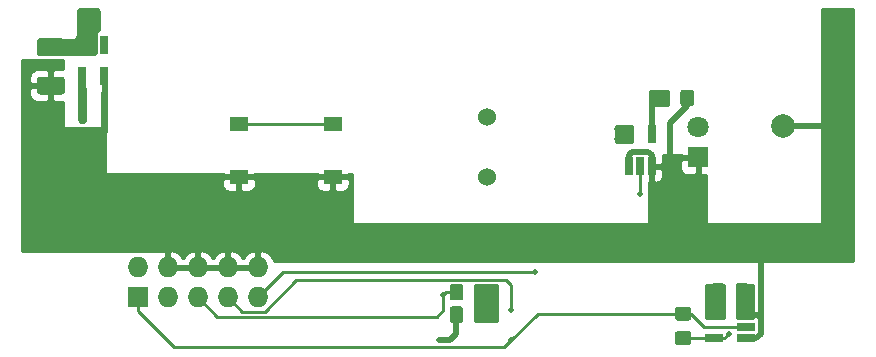
<source format=gbr>
G04 #@! TF.GenerationSoftware,KiCad,Pcbnew,5.1.5*
G04 #@! TF.CreationDate,2020-02-09T12:43:18+10:00*
G04 #@! TF.ProjectId,hrem,6872656d-2e6b-4696-9361-645f70636258,rev?*
G04 #@! TF.SameCoordinates,Original*
G04 #@! TF.FileFunction,Copper,L2,Bot*
G04 #@! TF.FilePolarity,Positive*
%FSLAX46Y46*%
G04 Gerber Fmt 4.6, Leading zero omitted, Abs format (unit mm)*
G04 Created by KiCad (PCBNEW 5.1.5) date 2020-02-09 12:43:18*
%MOMM*%
%LPD*%
G04 APERTURE LIST*
%ADD10C,1.524000*%
%ADD11R,1.550000X1.300000*%
%ADD12C,2.000000*%
%ADD13R,1.727200X1.727200*%
%ADD14O,1.727200X1.727200*%
%ADD15R,1.560000X0.650000*%
%ADD16R,0.650000X1.560000*%
%ADD17C,0.100000*%
%ADD18R,1.800000X1.800000*%
%ADD19C,1.800000*%
%ADD20C,0.500000*%
%ADD21C,0.250000*%
%ADD22C,0.500000*%
%ADD23C,0.254000*%
G04 APERTURE END LIST*
D10*
X99441000Y-61722000D03*
X99441000Y-66802000D03*
D11*
X78410000Y-66738500D03*
X86360000Y-66738500D03*
X78410000Y-62238500D03*
X86360000Y-62238500D03*
D12*
X124460000Y-62484000D03*
D13*
X69850000Y-76962000D03*
D14*
X69850000Y-74422000D03*
X72390000Y-76962000D03*
X72390000Y-74422000D03*
X74930000Y-76962000D03*
X74930000Y-74422000D03*
X77470000Y-76962000D03*
X77470000Y-74422000D03*
X80010000Y-76962000D03*
X80010000Y-74422000D03*
D15*
X118648500Y-78488500D03*
X118648500Y-80388500D03*
X121348500Y-80388500D03*
X121348500Y-79438500D03*
X121348500Y-78488500D03*
D16*
X113342500Y-65849500D03*
X112392500Y-65849500D03*
X111442500Y-65849500D03*
X111442500Y-63149500D03*
X113342500Y-63149500D03*
G04 #@! TA.AperFunction,SMDPad,CuDef*
D17*
G36*
X116489005Y-77767204D02*
G01*
X116513273Y-77770804D01*
X116537072Y-77776765D01*
X116560171Y-77785030D01*
X116582350Y-77795520D01*
X116603393Y-77808132D01*
X116623099Y-77822747D01*
X116641277Y-77839223D01*
X116657753Y-77857401D01*
X116672368Y-77877107D01*
X116684980Y-77898150D01*
X116695470Y-77920329D01*
X116703735Y-77943428D01*
X116709696Y-77967227D01*
X116713296Y-77991495D01*
X116714500Y-78015999D01*
X116714500Y-78666001D01*
X116713296Y-78690505D01*
X116709696Y-78714773D01*
X116703735Y-78738572D01*
X116695470Y-78761671D01*
X116684980Y-78783850D01*
X116672368Y-78804893D01*
X116657753Y-78824599D01*
X116641277Y-78842777D01*
X116623099Y-78859253D01*
X116603393Y-78873868D01*
X116582350Y-78886480D01*
X116560171Y-78896970D01*
X116537072Y-78905235D01*
X116513273Y-78911196D01*
X116489005Y-78914796D01*
X116464501Y-78916000D01*
X115564499Y-78916000D01*
X115539995Y-78914796D01*
X115515727Y-78911196D01*
X115491928Y-78905235D01*
X115468829Y-78896970D01*
X115446650Y-78886480D01*
X115425607Y-78873868D01*
X115405901Y-78859253D01*
X115387723Y-78842777D01*
X115371247Y-78824599D01*
X115356632Y-78804893D01*
X115344020Y-78783850D01*
X115333530Y-78761671D01*
X115325265Y-78738572D01*
X115319304Y-78714773D01*
X115315704Y-78690505D01*
X115314500Y-78666001D01*
X115314500Y-78015999D01*
X115315704Y-77991495D01*
X115319304Y-77967227D01*
X115325265Y-77943428D01*
X115333530Y-77920329D01*
X115344020Y-77898150D01*
X115356632Y-77877107D01*
X115371247Y-77857401D01*
X115387723Y-77839223D01*
X115405901Y-77822747D01*
X115425607Y-77808132D01*
X115446650Y-77795520D01*
X115468829Y-77785030D01*
X115491928Y-77776765D01*
X115515727Y-77770804D01*
X115539995Y-77767204D01*
X115564499Y-77766000D01*
X116464501Y-77766000D01*
X116489005Y-77767204D01*
G37*
G04 #@! TD.AperFunction*
G04 #@! TA.AperFunction,SMDPad,CuDef*
G36*
X116489005Y-79817204D02*
G01*
X116513273Y-79820804D01*
X116537072Y-79826765D01*
X116560171Y-79835030D01*
X116582350Y-79845520D01*
X116603393Y-79858132D01*
X116623099Y-79872747D01*
X116641277Y-79889223D01*
X116657753Y-79907401D01*
X116672368Y-79927107D01*
X116684980Y-79948150D01*
X116695470Y-79970329D01*
X116703735Y-79993428D01*
X116709696Y-80017227D01*
X116713296Y-80041495D01*
X116714500Y-80065999D01*
X116714500Y-80716001D01*
X116713296Y-80740505D01*
X116709696Y-80764773D01*
X116703735Y-80788572D01*
X116695470Y-80811671D01*
X116684980Y-80833850D01*
X116672368Y-80854893D01*
X116657753Y-80874599D01*
X116641277Y-80892777D01*
X116623099Y-80909253D01*
X116603393Y-80923868D01*
X116582350Y-80936480D01*
X116560171Y-80946970D01*
X116537072Y-80955235D01*
X116513273Y-80961196D01*
X116489005Y-80964796D01*
X116464501Y-80966000D01*
X115564499Y-80966000D01*
X115539995Y-80964796D01*
X115515727Y-80961196D01*
X115491928Y-80955235D01*
X115468829Y-80946970D01*
X115446650Y-80936480D01*
X115425607Y-80923868D01*
X115405901Y-80909253D01*
X115387723Y-80892777D01*
X115371247Y-80874599D01*
X115356632Y-80854893D01*
X115344020Y-80833850D01*
X115333530Y-80811671D01*
X115325265Y-80788572D01*
X115319304Y-80764773D01*
X115315704Y-80740505D01*
X115314500Y-80716001D01*
X115314500Y-80065999D01*
X115315704Y-80041495D01*
X115319304Y-80017227D01*
X115325265Y-79993428D01*
X115333530Y-79970329D01*
X115344020Y-79948150D01*
X115356632Y-79927107D01*
X115371247Y-79907401D01*
X115387723Y-79889223D01*
X115405901Y-79872747D01*
X115425607Y-79858132D01*
X115446650Y-79845520D01*
X115468829Y-79835030D01*
X115491928Y-79826765D01*
X115515727Y-79820804D01*
X115539995Y-79817204D01*
X115564499Y-79816000D01*
X116464501Y-79816000D01*
X116489005Y-79817204D01*
G37*
G04 #@! TD.AperFunction*
G04 #@! TA.AperFunction,SMDPad,CuDef*
G36*
X99219005Y-77723704D02*
G01*
X99243273Y-77727304D01*
X99267072Y-77733265D01*
X99290171Y-77741530D01*
X99312350Y-77752020D01*
X99333393Y-77764632D01*
X99353099Y-77779247D01*
X99371277Y-77795723D01*
X99387753Y-77813901D01*
X99402368Y-77833607D01*
X99414980Y-77854650D01*
X99425470Y-77876829D01*
X99433735Y-77899928D01*
X99439696Y-77923727D01*
X99443296Y-77947995D01*
X99444500Y-77972499D01*
X99444500Y-78872501D01*
X99443296Y-78897005D01*
X99439696Y-78921273D01*
X99433735Y-78945072D01*
X99425470Y-78968171D01*
X99414980Y-78990350D01*
X99402368Y-79011393D01*
X99387753Y-79031099D01*
X99371277Y-79049277D01*
X99353099Y-79065753D01*
X99333393Y-79080368D01*
X99312350Y-79092980D01*
X99290171Y-79103470D01*
X99267072Y-79111735D01*
X99243273Y-79117696D01*
X99219005Y-79121296D01*
X99194501Y-79122500D01*
X98544499Y-79122500D01*
X98519995Y-79121296D01*
X98495727Y-79117696D01*
X98471928Y-79111735D01*
X98448829Y-79103470D01*
X98426650Y-79092980D01*
X98405607Y-79080368D01*
X98385901Y-79065753D01*
X98367723Y-79049277D01*
X98351247Y-79031099D01*
X98336632Y-79011393D01*
X98324020Y-78990350D01*
X98313530Y-78968171D01*
X98305265Y-78945072D01*
X98299304Y-78921273D01*
X98295704Y-78897005D01*
X98294500Y-78872501D01*
X98294500Y-77972499D01*
X98295704Y-77947995D01*
X98299304Y-77923727D01*
X98305265Y-77899928D01*
X98313530Y-77876829D01*
X98324020Y-77854650D01*
X98336632Y-77833607D01*
X98351247Y-77813901D01*
X98367723Y-77795723D01*
X98385901Y-77779247D01*
X98405607Y-77764632D01*
X98426650Y-77752020D01*
X98448829Y-77741530D01*
X98471928Y-77733265D01*
X98495727Y-77727304D01*
X98519995Y-77723704D01*
X98544499Y-77722500D01*
X99194501Y-77722500D01*
X99219005Y-77723704D01*
G37*
G04 #@! TD.AperFunction*
G04 #@! TA.AperFunction,SMDPad,CuDef*
G36*
X97169005Y-77723704D02*
G01*
X97193273Y-77727304D01*
X97217072Y-77733265D01*
X97240171Y-77741530D01*
X97262350Y-77752020D01*
X97283393Y-77764632D01*
X97303099Y-77779247D01*
X97321277Y-77795723D01*
X97337753Y-77813901D01*
X97352368Y-77833607D01*
X97364980Y-77854650D01*
X97375470Y-77876829D01*
X97383735Y-77899928D01*
X97389696Y-77923727D01*
X97393296Y-77947995D01*
X97394500Y-77972499D01*
X97394500Y-78872501D01*
X97393296Y-78897005D01*
X97389696Y-78921273D01*
X97383735Y-78945072D01*
X97375470Y-78968171D01*
X97364980Y-78990350D01*
X97352368Y-79011393D01*
X97337753Y-79031099D01*
X97321277Y-79049277D01*
X97303099Y-79065753D01*
X97283393Y-79080368D01*
X97262350Y-79092980D01*
X97240171Y-79103470D01*
X97217072Y-79111735D01*
X97193273Y-79117696D01*
X97169005Y-79121296D01*
X97144501Y-79122500D01*
X96494499Y-79122500D01*
X96469995Y-79121296D01*
X96445727Y-79117696D01*
X96421928Y-79111735D01*
X96398829Y-79103470D01*
X96376650Y-79092980D01*
X96355607Y-79080368D01*
X96335901Y-79065753D01*
X96317723Y-79049277D01*
X96301247Y-79031099D01*
X96286632Y-79011393D01*
X96274020Y-78990350D01*
X96263530Y-78968171D01*
X96255265Y-78945072D01*
X96249304Y-78921273D01*
X96245704Y-78897005D01*
X96244500Y-78872501D01*
X96244500Y-77972499D01*
X96245704Y-77947995D01*
X96249304Y-77923727D01*
X96255265Y-77899928D01*
X96263530Y-77876829D01*
X96274020Y-77854650D01*
X96286632Y-77833607D01*
X96301247Y-77813901D01*
X96317723Y-77795723D01*
X96335901Y-77779247D01*
X96355607Y-77764632D01*
X96376650Y-77752020D01*
X96398829Y-77741530D01*
X96421928Y-77733265D01*
X96445727Y-77727304D01*
X96469995Y-77723704D01*
X96494499Y-77722500D01*
X97144501Y-77722500D01*
X97169005Y-77723704D01*
G37*
G04 #@! TD.AperFunction*
D18*
X117284500Y-65087500D03*
D19*
X117284500Y-62547500D03*
D16*
X65090000Y-55546000D03*
X66040000Y-55546000D03*
X66990000Y-55546000D03*
X66990000Y-58246000D03*
X65090000Y-58246000D03*
G04 #@! TA.AperFunction,SMDPad,CuDef*
D17*
G36*
X99228005Y-75818704D02*
G01*
X99252273Y-75822304D01*
X99276072Y-75828265D01*
X99299171Y-75836530D01*
X99321350Y-75847020D01*
X99342393Y-75859632D01*
X99362099Y-75874247D01*
X99380277Y-75890723D01*
X99396753Y-75908901D01*
X99411368Y-75928607D01*
X99423980Y-75949650D01*
X99434470Y-75971829D01*
X99442735Y-75994928D01*
X99448696Y-76018727D01*
X99452296Y-76042995D01*
X99453500Y-76067499D01*
X99453500Y-76967501D01*
X99452296Y-76992005D01*
X99448696Y-77016273D01*
X99442735Y-77040072D01*
X99434470Y-77063171D01*
X99423980Y-77085350D01*
X99411368Y-77106393D01*
X99396753Y-77126099D01*
X99380277Y-77144277D01*
X99362099Y-77160753D01*
X99342393Y-77175368D01*
X99321350Y-77187980D01*
X99299171Y-77198470D01*
X99276072Y-77206735D01*
X99252273Y-77212696D01*
X99228005Y-77216296D01*
X99203501Y-77217500D01*
X98553499Y-77217500D01*
X98528995Y-77216296D01*
X98504727Y-77212696D01*
X98480928Y-77206735D01*
X98457829Y-77198470D01*
X98435650Y-77187980D01*
X98414607Y-77175368D01*
X98394901Y-77160753D01*
X98376723Y-77144277D01*
X98360247Y-77126099D01*
X98345632Y-77106393D01*
X98333020Y-77085350D01*
X98322530Y-77063171D01*
X98314265Y-77040072D01*
X98308304Y-77016273D01*
X98304704Y-76992005D01*
X98303500Y-76967501D01*
X98303500Y-76067499D01*
X98304704Y-76042995D01*
X98308304Y-76018727D01*
X98314265Y-75994928D01*
X98322530Y-75971829D01*
X98333020Y-75949650D01*
X98345632Y-75928607D01*
X98360247Y-75908901D01*
X98376723Y-75890723D01*
X98394901Y-75874247D01*
X98414607Y-75859632D01*
X98435650Y-75847020D01*
X98457829Y-75836530D01*
X98480928Y-75828265D01*
X98504727Y-75822304D01*
X98528995Y-75818704D01*
X98553499Y-75817500D01*
X99203501Y-75817500D01*
X99228005Y-75818704D01*
G37*
G04 #@! TD.AperFunction*
G04 #@! TA.AperFunction,SMDPad,CuDef*
G36*
X97178005Y-75818704D02*
G01*
X97202273Y-75822304D01*
X97226072Y-75828265D01*
X97249171Y-75836530D01*
X97271350Y-75847020D01*
X97292393Y-75859632D01*
X97312099Y-75874247D01*
X97330277Y-75890723D01*
X97346753Y-75908901D01*
X97361368Y-75928607D01*
X97373980Y-75949650D01*
X97384470Y-75971829D01*
X97392735Y-75994928D01*
X97398696Y-76018727D01*
X97402296Y-76042995D01*
X97403500Y-76067499D01*
X97403500Y-76967501D01*
X97402296Y-76992005D01*
X97398696Y-77016273D01*
X97392735Y-77040072D01*
X97384470Y-77063171D01*
X97373980Y-77085350D01*
X97361368Y-77106393D01*
X97346753Y-77126099D01*
X97330277Y-77144277D01*
X97312099Y-77160753D01*
X97292393Y-77175368D01*
X97271350Y-77187980D01*
X97249171Y-77198470D01*
X97226072Y-77206735D01*
X97202273Y-77212696D01*
X97178005Y-77216296D01*
X97153501Y-77217500D01*
X96503499Y-77217500D01*
X96478995Y-77216296D01*
X96454727Y-77212696D01*
X96430928Y-77206735D01*
X96407829Y-77198470D01*
X96385650Y-77187980D01*
X96364607Y-77175368D01*
X96344901Y-77160753D01*
X96326723Y-77144277D01*
X96310247Y-77126099D01*
X96295632Y-77106393D01*
X96283020Y-77085350D01*
X96272530Y-77063171D01*
X96264265Y-77040072D01*
X96258304Y-77016273D01*
X96254704Y-76992005D01*
X96253500Y-76967501D01*
X96253500Y-76067499D01*
X96254704Y-76042995D01*
X96258304Y-76018727D01*
X96264265Y-75994928D01*
X96272530Y-75971829D01*
X96283020Y-75949650D01*
X96295632Y-75928607D01*
X96310247Y-75908901D01*
X96326723Y-75890723D01*
X96344901Y-75874247D01*
X96364607Y-75859632D01*
X96385650Y-75847020D01*
X96407829Y-75836530D01*
X96430928Y-75828265D01*
X96454727Y-75822304D01*
X96478995Y-75818704D01*
X96503499Y-75817500D01*
X97153501Y-75817500D01*
X97178005Y-75818704D01*
G37*
G04 #@! TD.AperFunction*
G04 #@! TA.AperFunction,SMDPad,CuDef*
G36*
X63433504Y-55030204D02*
G01*
X63457773Y-55033804D01*
X63481571Y-55039765D01*
X63504671Y-55048030D01*
X63526849Y-55058520D01*
X63547893Y-55071133D01*
X63567598Y-55085747D01*
X63585777Y-55102223D01*
X63602253Y-55120402D01*
X63616867Y-55140107D01*
X63629480Y-55161151D01*
X63639970Y-55183329D01*
X63648235Y-55206429D01*
X63654196Y-55230227D01*
X63657796Y-55254496D01*
X63659000Y-55279000D01*
X63659000Y-56279000D01*
X63657796Y-56303504D01*
X63654196Y-56327773D01*
X63648235Y-56351571D01*
X63639970Y-56374671D01*
X63629480Y-56396849D01*
X63616867Y-56417893D01*
X63602253Y-56437598D01*
X63585777Y-56455777D01*
X63567598Y-56472253D01*
X63547893Y-56486867D01*
X63526849Y-56499480D01*
X63504671Y-56509970D01*
X63481571Y-56518235D01*
X63457773Y-56524196D01*
X63433504Y-56527796D01*
X63409000Y-56529000D01*
X61559000Y-56529000D01*
X61534496Y-56527796D01*
X61510227Y-56524196D01*
X61486429Y-56518235D01*
X61463329Y-56509970D01*
X61441151Y-56499480D01*
X61420107Y-56486867D01*
X61400402Y-56472253D01*
X61382223Y-56455777D01*
X61365747Y-56437598D01*
X61351133Y-56417893D01*
X61338520Y-56396849D01*
X61328030Y-56374671D01*
X61319765Y-56351571D01*
X61313804Y-56327773D01*
X61310204Y-56303504D01*
X61309000Y-56279000D01*
X61309000Y-55279000D01*
X61310204Y-55254496D01*
X61313804Y-55230227D01*
X61319765Y-55206429D01*
X61328030Y-55183329D01*
X61338520Y-55161151D01*
X61351133Y-55140107D01*
X61365747Y-55120402D01*
X61382223Y-55102223D01*
X61400402Y-55085747D01*
X61420107Y-55071133D01*
X61441151Y-55058520D01*
X61463329Y-55048030D01*
X61486429Y-55039765D01*
X61510227Y-55033804D01*
X61534496Y-55030204D01*
X61559000Y-55029000D01*
X63409000Y-55029000D01*
X63433504Y-55030204D01*
G37*
G04 #@! TD.AperFunction*
G04 #@! TA.AperFunction,SMDPad,CuDef*
G36*
X63433504Y-58280204D02*
G01*
X63457773Y-58283804D01*
X63481571Y-58289765D01*
X63504671Y-58298030D01*
X63526849Y-58308520D01*
X63547893Y-58321133D01*
X63567598Y-58335747D01*
X63585777Y-58352223D01*
X63602253Y-58370402D01*
X63616867Y-58390107D01*
X63629480Y-58411151D01*
X63639970Y-58433329D01*
X63648235Y-58456429D01*
X63654196Y-58480227D01*
X63657796Y-58504496D01*
X63659000Y-58529000D01*
X63659000Y-59529000D01*
X63657796Y-59553504D01*
X63654196Y-59577773D01*
X63648235Y-59601571D01*
X63639970Y-59624671D01*
X63629480Y-59646849D01*
X63616867Y-59667893D01*
X63602253Y-59687598D01*
X63585777Y-59705777D01*
X63567598Y-59722253D01*
X63547893Y-59736867D01*
X63526849Y-59749480D01*
X63504671Y-59759970D01*
X63481571Y-59768235D01*
X63457773Y-59774196D01*
X63433504Y-59777796D01*
X63409000Y-59779000D01*
X61559000Y-59779000D01*
X61534496Y-59777796D01*
X61510227Y-59774196D01*
X61486429Y-59768235D01*
X61463329Y-59759970D01*
X61441151Y-59749480D01*
X61420107Y-59736867D01*
X61400402Y-59722253D01*
X61382223Y-59705777D01*
X61365747Y-59687598D01*
X61351133Y-59667893D01*
X61338520Y-59646849D01*
X61328030Y-59624671D01*
X61319765Y-59601571D01*
X61313804Y-59577773D01*
X61310204Y-59553504D01*
X61309000Y-59529000D01*
X61309000Y-58529000D01*
X61310204Y-58504496D01*
X61313804Y-58480227D01*
X61319765Y-58456429D01*
X61328030Y-58433329D01*
X61338520Y-58411151D01*
X61351133Y-58390107D01*
X61365747Y-58370402D01*
X61382223Y-58352223D01*
X61400402Y-58335747D01*
X61420107Y-58321133D01*
X61441151Y-58308520D01*
X61463329Y-58298030D01*
X61486429Y-58289765D01*
X61510227Y-58283804D01*
X61534496Y-58280204D01*
X61559000Y-58279000D01*
X63409000Y-58279000D01*
X63433504Y-58280204D01*
G37*
G04 #@! TD.AperFunction*
G04 #@! TA.AperFunction,SMDPad,CuDef*
G36*
X114649505Y-59372204D02*
G01*
X114673773Y-59375804D01*
X114697572Y-59381765D01*
X114720671Y-59390030D01*
X114742850Y-59400520D01*
X114763893Y-59413132D01*
X114783599Y-59427747D01*
X114801777Y-59444223D01*
X114818253Y-59462401D01*
X114832868Y-59482107D01*
X114845480Y-59503150D01*
X114855970Y-59525329D01*
X114864235Y-59548428D01*
X114870196Y-59572227D01*
X114873796Y-59596495D01*
X114875000Y-59620999D01*
X114875000Y-60521001D01*
X114873796Y-60545505D01*
X114870196Y-60569773D01*
X114864235Y-60593572D01*
X114855970Y-60616671D01*
X114845480Y-60638850D01*
X114832868Y-60659893D01*
X114818253Y-60679599D01*
X114801777Y-60697777D01*
X114783599Y-60714253D01*
X114763893Y-60728868D01*
X114742850Y-60741480D01*
X114720671Y-60751970D01*
X114697572Y-60760235D01*
X114673773Y-60766196D01*
X114649505Y-60769796D01*
X114625001Y-60771000D01*
X113974999Y-60771000D01*
X113950495Y-60769796D01*
X113926227Y-60766196D01*
X113902428Y-60760235D01*
X113879329Y-60751970D01*
X113857150Y-60741480D01*
X113836107Y-60728868D01*
X113816401Y-60714253D01*
X113798223Y-60697777D01*
X113781747Y-60679599D01*
X113767132Y-60659893D01*
X113754520Y-60638850D01*
X113744030Y-60616671D01*
X113735765Y-60593572D01*
X113729804Y-60569773D01*
X113726204Y-60545505D01*
X113725000Y-60521001D01*
X113725000Y-59620999D01*
X113726204Y-59596495D01*
X113729804Y-59572227D01*
X113735765Y-59548428D01*
X113744030Y-59525329D01*
X113754520Y-59503150D01*
X113767132Y-59482107D01*
X113781747Y-59462401D01*
X113798223Y-59444223D01*
X113816401Y-59427747D01*
X113836107Y-59413132D01*
X113857150Y-59400520D01*
X113879329Y-59390030D01*
X113902428Y-59381765D01*
X113926227Y-59375804D01*
X113950495Y-59372204D01*
X113974999Y-59371000D01*
X114625001Y-59371000D01*
X114649505Y-59372204D01*
G37*
G04 #@! TD.AperFunction*
G04 #@! TA.AperFunction,SMDPad,CuDef*
G36*
X116699505Y-59372204D02*
G01*
X116723773Y-59375804D01*
X116747572Y-59381765D01*
X116770671Y-59390030D01*
X116792850Y-59400520D01*
X116813893Y-59413132D01*
X116833599Y-59427747D01*
X116851777Y-59444223D01*
X116868253Y-59462401D01*
X116882868Y-59482107D01*
X116895480Y-59503150D01*
X116905970Y-59525329D01*
X116914235Y-59548428D01*
X116920196Y-59572227D01*
X116923796Y-59596495D01*
X116925000Y-59620999D01*
X116925000Y-60521001D01*
X116923796Y-60545505D01*
X116920196Y-60569773D01*
X116914235Y-60593572D01*
X116905970Y-60616671D01*
X116895480Y-60638850D01*
X116882868Y-60659893D01*
X116868253Y-60679599D01*
X116851777Y-60697777D01*
X116833599Y-60714253D01*
X116813893Y-60728868D01*
X116792850Y-60741480D01*
X116770671Y-60751970D01*
X116747572Y-60760235D01*
X116723773Y-60766196D01*
X116699505Y-60769796D01*
X116675001Y-60771000D01*
X116024999Y-60771000D01*
X116000495Y-60769796D01*
X115976227Y-60766196D01*
X115952428Y-60760235D01*
X115929329Y-60751970D01*
X115907150Y-60741480D01*
X115886107Y-60728868D01*
X115866401Y-60714253D01*
X115848223Y-60697777D01*
X115831747Y-60679599D01*
X115817132Y-60659893D01*
X115804520Y-60638850D01*
X115794030Y-60616671D01*
X115785765Y-60593572D01*
X115779804Y-60569773D01*
X115776204Y-60545505D01*
X115775000Y-60521001D01*
X115775000Y-59620999D01*
X115776204Y-59596495D01*
X115779804Y-59572227D01*
X115785765Y-59548428D01*
X115794030Y-59525329D01*
X115804520Y-59503150D01*
X115817132Y-59482107D01*
X115831747Y-59462401D01*
X115848223Y-59444223D01*
X115866401Y-59427747D01*
X115886107Y-59413132D01*
X115907150Y-59400520D01*
X115929329Y-59390030D01*
X115952428Y-59381765D01*
X115976227Y-59375804D01*
X116000495Y-59372204D01*
X116024999Y-59371000D01*
X116675001Y-59371000D01*
X116699505Y-59372204D01*
G37*
G04 #@! TD.AperFunction*
G04 #@! TA.AperFunction,SMDPad,CuDef*
G36*
X121389505Y-75755204D02*
G01*
X121413773Y-75758804D01*
X121437572Y-75764765D01*
X121460671Y-75773030D01*
X121482850Y-75783520D01*
X121503893Y-75796132D01*
X121523599Y-75810747D01*
X121541777Y-75827223D01*
X121558253Y-75845401D01*
X121572868Y-75865107D01*
X121585480Y-75886150D01*
X121595970Y-75908329D01*
X121604235Y-75931428D01*
X121610196Y-75955227D01*
X121613796Y-75979495D01*
X121615000Y-76003999D01*
X121615000Y-76904001D01*
X121613796Y-76928505D01*
X121610196Y-76952773D01*
X121604235Y-76976572D01*
X121595970Y-76999671D01*
X121585480Y-77021850D01*
X121572868Y-77042893D01*
X121558253Y-77062599D01*
X121541777Y-77080777D01*
X121523599Y-77097253D01*
X121503893Y-77111868D01*
X121482850Y-77124480D01*
X121460671Y-77134970D01*
X121437572Y-77143235D01*
X121413773Y-77149196D01*
X121389505Y-77152796D01*
X121365001Y-77154000D01*
X120714999Y-77154000D01*
X120690495Y-77152796D01*
X120666227Y-77149196D01*
X120642428Y-77143235D01*
X120619329Y-77134970D01*
X120597150Y-77124480D01*
X120576107Y-77111868D01*
X120556401Y-77097253D01*
X120538223Y-77080777D01*
X120521747Y-77062599D01*
X120507132Y-77042893D01*
X120494520Y-77021850D01*
X120484030Y-76999671D01*
X120475765Y-76976572D01*
X120469804Y-76952773D01*
X120466204Y-76928505D01*
X120465000Y-76904001D01*
X120465000Y-76003999D01*
X120466204Y-75979495D01*
X120469804Y-75955227D01*
X120475765Y-75931428D01*
X120484030Y-75908329D01*
X120494520Y-75886150D01*
X120507132Y-75865107D01*
X120521747Y-75845401D01*
X120538223Y-75827223D01*
X120556401Y-75810747D01*
X120576107Y-75796132D01*
X120597150Y-75783520D01*
X120619329Y-75773030D01*
X120642428Y-75764765D01*
X120666227Y-75758804D01*
X120690495Y-75755204D01*
X120714999Y-75754000D01*
X121365001Y-75754000D01*
X121389505Y-75755204D01*
G37*
G04 #@! TD.AperFunction*
G04 #@! TA.AperFunction,SMDPad,CuDef*
G36*
X119339505Y-75755204D02*
G01*
X119363773Y-75758804D01*
X119387572Y-75764765D01*
X119410671Y-75773030D01*
X119432850Y-75783520D01*
X119453893Y-75796132D01*
X119473599Y-75810747D01*
X119491777Y-75827223D01*
X119508253Y-75845401D01*
X119522868Y-75865107D01*
X119535480Y-75886150D01*
X119545970Y-75908329D01*
X119554235Y-75931428D01*
X119560196Y-75955227D01*
X119563796Y-75979495D01*
X119565000Y-76003999D01*
X119565000Y-76904001D01*
X119563796Y-76928505D01*
X119560196Y-76952773D01*
X119554235Y-76976572D01*
X119545970Y-76999671D01*
X119535480Y-77021850D01*
X119522868Y-77042893D01*
X119508253Y-77062599D01*
X119491777Y-77080777D01*
X119473599Y-77097253D01*
X119453893Y-77111868D01*
X119432850Y-77124480D01*
X119410671Y-77134970D01*
X119387572Y-77143235D01*
X119363773Y-77149196D01*
X119339505Y-77152796D01*
X119315001Y-77154000D01*
X118664999Y-77154000D01*
X118640495Y-77152796D01*
X118616227Y-77149196D01*
X118592428Y-77143235D01*
X118569329Y-77134970D01*
X118547150Y-77124480D01*
X118526107Y-77111868D01*
X118506401Y-77097253D01*
X118488223Y-77080777D01*
X118471747Y-77062599D01*
X118457132Y-77042893D01*
X118444520Y-77021850D01*
X118434030Y-76999671D01*
X118425765Y-76976572D01*
X118419804Y-76952773D01*
X118416204Y-76928505D01*
X118415000Y-76904001D01*
X118415000Y-76003999D01*
X118416204Y-75979495D01*
X118419804Y-75955227D01*
X118425765Y-75931428D01*
X118434030Y-75908329D01*
X118444520Y-75886150D01*
X118457132Y-75865107D01*
X118471747Y-75845401D01*
X118488223Y-75827223D01*
X118506401Y-75810747D01*
X118526107Y-75796132D01*
X118547150Y-75783520D01*
X118569329Y-75773030D01*
X118592428Y-75764765D01*
X118616227Y-75758804D01*
X118640495Y-75755204D01*
X118664999Y-75754000D01*
X119315001Y-75754000D01*
X119339505Y-75755204D01*
G37*
G04 #@! TD.AperFunction*
D20*
X63119000Y-57015999D03*
X62484000Y-57023000D03*
X61849000Y-57023000D03*
X122578501Y-78753499D03*
X122578501Y-80033501D03*
X122578501Y-79375000D03*
X97790000Y-70993000D03*
X97790000Y-71628000D03*
X92597480Y-73660000D03*
X92597480Y-73025000D03*
X128016000Y-52959000D03*
X129159000Y-52959000D03*
X130175000Y-52959000D03*
X128016000Y-53975000D03*
X130175000Y-53975000D03*
X129159000Y-53975000D03*
X128016000Y-54991000D03*
X129159000Y-54991000D03*
X130175000Y-54991000D03*
X96075500Y-80581500D03*
X95377000Y-80581500D03*
X92597480Y-72390000D03*
X97790000Y-72263000D03*
X66294000Y-52832000D03*
X66294000Y-53467000D03*
X66294000Y-54102000D03*
X65659000Y-54102000D03*
X65659000Y-53467000D03*
X65659000Y-52832000D03*
X65024000Y-52832000D03*
X65024000Y-53467000D03*
X65024000Y-54102000D03*
X100012500Y-76263500D03*
X100012500Y-77089000D03*
X100012500Y-78740000D03*
X100012500Y-77978000D03*
X118681500Y-77470000D03*
X113342500Y-59626500D03*
X113342500Y-60198000D03*
X113342500Y-60769500D03*
X118110000Y-77470000D03*
X119253000Y-77470000D03*
X65151000Y-60579000D03*
X65151000Y-61214000D03*
X65151000Y-61849000D03*
X101473000Y-80562000D03*
X95694500Y-76771500D03*
X101473000Y-78041500D03*
X78740000Y-62611000D03*
X103505000Y-74803000D03*
X112392500Y-68196500D03*
X119888000Y-80013500D03*
X110426500Y-62674500D03*
X110426500Y-63563500D03*
D21*
X66990000Y-58246000D02*
X66990000Y-57791000D01*
X113342500Y-65849500D02*
X113342500Y-65346500D01*
D22*
X96774000Y-78468000D02*
X96819500Y-78422500D01*
X122313502Y-78488500D02*
X122578501Y-78753499D01*
X121348500Y-78488500D02*
X122313502Y-78488500D01*
X122223502Y-80388500D02*
X121348500Y-80388500D01*
X122578501Y-80033501D02*
X122223502Y-80388500D01*
X122578501Y-78753499D02*
X122578501Y-80033501D01*
D21*
X122578501Y-78753499D02*
X122578501Y-78753499D01*
X122578501Y-80033501D02*
X122578501Y-80033501D01*
D22*
X113342500Y-64884498D02*
X113342500Y-65849500D01*
X113077501Y-64619499D02*
X113342500Y-64884498D01*
X111707499Y-64619499D02*
X113077501Y-64619499D01*
X111442500Y-65849500D02*
X111442500Y-64884498D01*
X111442500Y-64884498D02*
X111707499Y-64619499D01*
X124460000Y-62484000D02*
X128651000Y-62484000D01*
X96819500Y-78422500D02*
X96819500Y-80028000D01*
X122578501Y-78753499D02*
X122578501Y-73683501D01*
X96266000Y-80581500D02*
X95377000Y-80581500D01*
X96819500Y-80028000D02*
X96266000Y-80581500D01*
X116350000Y-60771000D02*
X114935000Y-62186000D01*
X116350000Y-60071000D02*
X116350000Y-60771000D01*
X114935000Y-62186000D02*
X114935000Y-65405000D01*
X118648500Y-78488500D02*
X118648500Y-77470000D01*
X113342500Y-63149500D02*
X113342500Y-59626500D01*
D21*
X117812000Y-79438500D02*
X120318500Y-79438500D01*
X116714500Y-78341000D02*
X117812000Y-79438500D01*
X116014500Y-78341000D02*
X116714500Y-78341000D01*
X120318500Y-79438500D02*
X121348500Y-79438500D01*
X69850000Y-78075600D02*
X69850000Y-76962000D01*
X72930910Y-81156510D02*
X69850000Y-78075600D01*
X101473000Y-80562000D02*
X100878490Y-81156510D01*
X100878490Y-81156510D02*
X72930910Y-81156510D01*
X103694000Y-78341000D02*
X101473000Y-80562000D01*
X116014500Y-78341000D02*
X103694000Y-78341000D01*
X96828500Y-76517500D02*
X95948500Y-76517500D01*
X95948500Y-76517500D02*
X95694500Y-76771500D01*
X76568610Y-78600610D02*
X95135390Y-78600610D01*
X74930000Y-76962000D02*
X76568610Y-78600610D01*
X95694500Y-78041500D02*
X95694500Y-76771500D01*
X95135390Y-78600610D02*
X95694500Y-78041500D01*
X79435000Y-62238500D02*
X86360000Y-62238500D01*
X78410000Y-62238500D02*
X79435000Y-62238500D01*
X78658601Y-78150601D02*
X80599399Y-78150601D01*
X77470000Y-76962000D02*
X78658601Y-78150601D01*
X80599399Y-78150601D02*
X83257510Y-75492490D01*
X83257510Y-75492490D02*
X101019490Y-75492490D01*
X101473000Y-75946000D02*
X101473000Y-78041500D01*
X101019490Y-75492490D02*
X101473000Y-75946000D01*
X112392500Y-67373500D02*
X112392500Y-65849500D01*
X80137000Y-76962000D02*
X80010000Y-76962000D01*
X80010000Y-76962000D02*
X82169000Y-74803000D01*
X82169000Y-74803000D02*
X103505000Y-74803000D01*
X103505000Y-74803000D02*
X103505000Y-74803000D01*
X112392500Y-67373500D02*
X112392500Y-68196500D01*
X112392500Y-68196500D02*
X112392500Y-68196500D01*
X118646000Y-80391000D02*
X118648500Y-80388500D01*
X116014500Y-80391000D02*
X118646000Y-80391000D01*
X118648500Y-80388500D02*
X119513000Y-80388500D01*
X119513000Y-80388500D02*
X119888000Y-80013500D01*
D23*
G36*
X65278000Y-57783606D02*
G01*
X65278000Y-59055000D01*
X65280440Y-59079776D01*
X65287667Y-59103601D01*
X65299403Y-59125557D01*
X65315197Y-59144803D01*
X65405000Y-59234606D01*
X65405000Y-61977394D01*
X65279394Y-62103000D01*
X65022606Y-62103000D01*
X64897000Y-61977394D01*
X64897000Y-57783606D01*
X65022606Y-57658000D01*
X65152394Y-57658000D01*
X65278000Y-57783606D01*
G37*
X65278000Y-57783606D02*
X65278000Y-59055000D01*
X65280440Y-59079776D01*
X65287667Y-59103601D01*
X65299403Y-59125557D01*
X65315197Y-59144803D01*
X65405000Y-59234606D01*
X65405000Y-61977394D01*
X65279394Y-62103000D01*
X65022606Y-62103000D01*
X64897000Y-61977394D01*
X64897000Y-57783606D01*
X65022606Y-57658000D01*
X65152394Y-57658000D01*
X65278000Y-57783606D01*
G36*
X66548000Y-52703606D02*
G01*
X66548000Y-54303394D01*
X66331197Y-54520197D01*
X66315403Y-54539443D01*
X66303667Y-54561399D01*
X66296440Y-54585224D01*
X66294000Y-54610000D01*
X66294000Y-56262394D01*
X66168394Y-56388000D01*
X61847606Y-56388000D01*
X61722000Y-56262394D01*
X61722000Y-55307106D01*
X61847606Y-55181500D01*
X64443000Y-55181500D01*
X64467776Y-55179060D01*
X64491601Y-55171833D01*
X64513557Y-55160097D01*
X64532803Y-55144303D01*
X64732803Y-54944303D01*
X64748597Y-54925057D01*
X64760333Y-54903101D01*
X64767560Y-54879276D01*
X64770000Y-54854500D01*
X64770000Y-52703606D01*
X64895606Y-52578000D01*
X66422394Y-52578000D01*
X66548000Y-52703606D01*
G37*
X66548000Y-52703606D02*
X66548000Y-54303394D01*
X66331197Y-54520197D01*
X66315403Y-54539443D01*
X66303667Y-54561399D01*
X66296440Y-54585224D01*
X66294000Y-54610000D01*
X66294000Y-56262394D01*
X66168394Y-56388000D01*
X61847606Y-56388000D01*
X61722000Y-56262394D01*
X61722000Y-55307106D01*
X61847606Y-55181500D01*
X64443000Y-55181500D01*
X64467776Y-55179060D01*
X64491601Y-55171833D01*
X64513557Y-55160097D01*
X64532803Y-55144303D01*
X64732803Y-54944303D01*
X64748597Y-54925057D01*
X64760333Y-54903101D01*
X64767560Y-54879276D01*
X64770000Y-54854500D01*
X64770000Y-52703606D01*
X64895606Y-52578000D01*
X66422394Y-52578000D01*
X66548000Y-52703606D01*
G36*
X111696500Y-62509606D02*
G01*
X111696500Y-63791894D01*
X111670894Y-63817500D01*
X110325106Y-63817500D01*
X110299500Y-63791894D01*
X110299500Y-62509606D01*
X110325106Y-62484000D01*
X111670894Y-62484000D01*
X111696500Y-62509606D01*
G37*
X111696500Y-62509606D02*
X111696500Y-63791894D01*
X111670894Y-63817500D01*
X110325106Y-63817500D01*
X110299500Y-63791894D01*
X110299500Y-62509606D01*
X110325106Y-62484000D01*
X111670894Y-62484000D01*
X111696500Y-62509606D01*
G36*
X100266500Y-75971606D02*
G01*
X100266500Y-78968394D01*
X100240894Y-78994000D01*
X98450606Y-78994000D01*
X98425000Y-78968394D01*
X98425000Y-75971606D01*
X98450606Y-75946000D01*
X100240894Y-75946000D01*
X100266500Y-75971606D01*
G37*
X100266500Y-75971606D02*
X100266500Y-78968394D01*
X100240894Y-78994000D01*
X98450606Y-78994000D01*
X98425000Y-78968394D01*
X98425000Y-75971606D01*
X98450606Y-75946000D01*
X100240894Y-75946000D01*
X100266500Y-75971606D01*
G36*
X130429000Y-73914000D02*
G01*
X81412249Y-73914000D01*
X81366964Y-73786022D01*
X81216817Y-73533512D01*
X81020293Y-73315146D01*
X80784944Y-73139316D01*
X80519814Y-73012778D01*
X80369026Y-72967042D01*
X80137000Y-73088183D01*
X80137000Y-74295000D01*
X80157000Y-74295000D01*
X80157000Y-74549000D01*
X80137000Y-74549000D01*
X80137000Y-74569000D01*
X79883000Y-74569000D01*
X79883000Y-74549000D01*
X77597000Y-74549000D01*
X77597000Y-74569000D01*
X77343000Y-74569000D01*
X77343000Y-74549000D01*
X75057000Y-74549000D01*
X75057000Y-74569000D01*
X74803000Y-74569000D01*
X74803000Y-74549000D01*
X72517000Y-74549000D01*
X72517000Y-74569000D01*
X72263000Y-74569000D01*
X72263000Y-74549000D01*
X72243000Y-74549000D01*
X72243000Y-74295000D01*
X72263000Y-74295000D01*
X72263000Y-73088183D01*
X72517000Y-73088183D01*
X72517000Y-74295000D01*
X74803000Y-74295000D01*
X74803000Y-73088183D01*
X75057000Y-73088183D01*
X75057000Y-74295000D01*
X77343000Y-74295000D01*
X77343000Y-73088183D01*
X77597000Y-73088183D01*
X77597000Y-74295000D01*
X79883000Y-74295000D01*
X79883000Y-73088183D01*
X79650974Y-72967042D01*
X79500186Y-73012778D01*
X79235056Y-73139316D01*
X78999707Y-73315146D01*
X78803183Y-73533512D01*
X78740000Y-73639770D01*
X78676817Y-73533512D01*
X78480293Y-73315146D01*
X78244944Y-73139316D01*
X77979814Y-73012778D01*
X77829026Y-72967042D01*
X77597000Y-73088183D01*
X77343000Y-73088183D01*
X77110974Y-72967042D01*
X76960186Y-73012778D01*
X76695056Y-73139316D01*
X76459707Y-73315146D01*
X76263183Y-73533512D01*
X76200000Y-73639770D01*
X76136817Y-73533512D01*
X75940293Y-73315146D01*
X75704944Y-73139316D01*
X75439814Y-73012778D01*
X75289026Y-72967042D01*
X75057000Y-73088183D01*
X74803000Y-73088183D01*
X74570974Y-72967042D01*
X74420186Y-73012778D01*
X74155056Y-73139316D01*
X73919707Y-73315146D01*
X73723183Y-73533512D01*
X73660000Y-73639770D01*
X73596817Y-73533512D01*
X73400293Y-73315146D01*
X73164944Y-73139316D01*
X72899814Y-73012778D01*
X72749026Y-72967042D01*
X72517000Y-73088183D01*
X72263000Y-73088183D01*
X72030974Y-72967042D01*
X71880186Y-73012778D01*
X71854578Y-73025000D01*
X60071000Y-73025000D01*
X60071000Y-67388500D01*
X76996928Y-67388500D01*
X77009188Y-67512982D01*
X77045498Y-67632680D01*
X77104463Y-67742994D01*
X77183815Y-67839685D01*
X77280506Y-67919037D01*
X77390820Y-67978002D01*
X77510518Y-68014312D01*
X77635000Y-68026572D01*
X78124250Y-68023500D01*
X78283000Y-67864750D01*
X78283000Y-66865500D01*
X78537000Y-66865500D01*
X78537000Y-67864750D01*
X78695750Y-68023500D01*
X79185000Y-68026572D01*
X79309482Y-68014312D01*
X79429180Y-67978002D01*
X79539494Y-67919037D01*
X79636185Y-67839685D01*
X79715537Y-67742994D01*
X79774502Y-67632680D01*
X79810812Y-67512982D01*
X79823072Y-67388500D01*
X84946928Y-67388500D01*
X84959188Y-67512982D01*
X84995498Y-67632680D01*
X85054463Y-67742994D01*
X85133815Y-67839685D01*
X85230506Y-67919037D01*
X85340820Y-67978002D01*
X85460518Y-68014312D01*
X85585000Y-68026572D01*
X86074250Y-68023500D01*
X86233000Y-67864750D01*
X86233000Y-66865500D01*
X86487000Y-66865500D01*
X86487000Y-67864750D01*
X86645750Y-68023500D01*
X87135000Y-68026572D01*
X87259482Y-68014312D01*
X87379180Y-67978002D01*
X87489494Y-67919037D01*
X87586185Y-67839685D01*
X87665537Y-67742994D01*
X87724502Y-67632680D01*
X87760812Y-67512982D01*
X87773072Y-67388500D01*
X87770000Y-67024250D01*
X87611250Y-66865500D01*
X86487000Y-66865500D01*
X86233000Y-66865500D01*
X85108750Y-66865500D01*
X84950000Y-67024250D01*
X84946928Y-67388500D01*
X79823072Y-67388500D01*
X79820000Y-67024250D01*
X79661250Y-66865500D01*
X78537000Y-66865500D01*
X78283000Y-66865500D01*
X77158750Y-66865500D01*
X77000000Y-67024250D01*
X76996928Y-67388500D01*
X60071000Y-67388500D01*
X60071000Y-59779000D01*
X60670928Y-59779000D01*
X60683188Y-59903482D01*
X60719498Y-60023180D01*
X60778463Y-60133494D01*
X60857815Y-60230185D01*
X60954506Y-60309537D01*
X61064820Y-60368502D01*
X61184518Y-60404812D01*
X61309000Y-60417072D01*
X62198250Y-60414000D01*
X62357000Y-60255250D01*
X62357000Y-59156000D01*
X60832750Y-59156000D01*
X60674000Y-59314750D01*
X60670928Y-59779000D01*
X60071000Y-59779000D01*
X60071000Y-58279000D01*
X60670928Y-58279000D01*
X60674000Y-58743250D01*
X60832750Y-58902000D01*
X62357000Y-58902000D01*
X62357000Y-57802750D01*
X62198250Y-57644000D01*
X61309000Y-57640928D01*
X61184518Y-57653188D01*
X61064820Y-57689498D01*
X60954506Y-57748463D01*
X60857815Y-57827815D01*
X60778463Y-57924506D01*
X60719498Y-58034820D01*
X60683188Y-58154518D01*
X60670928Y-58279000D01*
X60071000Y-58279000D01*
X60071000Y-56896000D01*
X63500000Y-56896000D01*
X63500000Y-57641477D01*
X62769750Y-57644000D01*
X62611000Y-57802750D01*
X62611000Y-58902000D01*
X62631000Y-58902000D01*
X62631000Y-59156000D01*
X62611000Y-59156000D01*
X62611000Y-60255250D01*
X62769750Y-60414000D01*
X63500000Y-60416523D01*
X63500000Y-62484000D01*
X63502440Y-62508776D01*
X63509667Y-62532601D01*
X63521403Y-62554557D01*
X63537197Y-62573803D01*
X63556443Y-62589597D01*
X63578399Y-62601333D01*
X63602224Y-62608560D01*
X63627000Y-62611000D01*
X66675000Y-62611000D01*
X66699776Y-62608560D01*
X66723601Y-62601333D01*
X66745557Y-62589597D01*
X66764803Y-62573803D01*
X66780597Y-62554557D01*
X66792333Y-62532601D01*
X66799560Y-62508776D01*
X66802000Y-62484000D01*
X66802000Y-59563250D01*
X66863000Y-59502250D01*
X66863000Y-58373000D01*
X66843000Y-58373000D01*
X66843000Y-58119000D01*
X66863000Y-58119000D01*
X66863000Y-58099000D01*
X67117000Y-58099000D01*
X67117000Y-58119000D01*
X67137000Y-58119000D01*
X67137000Y-58373000D01*
X67117000Y-58373000D01*
X67117000Y-59502250D01*
X67155697Y-59540947D01*
X67056013Y-66419160D01*
X67058094Y-66443969D01*
X67064975Y-66467895D01*
X67076392Y-66490020D01*
X67091906Y-66509492D01*
X67110920Y-66525563D01*
X67132704Y-66537616D01*
X67156421Y-66545188D01*
X67183000Y-66548000D01*
X77095250Y-66548000D01*
X77158750Y-66611500D01*
X78283000Y-66611500D01*
X78283000Y-66591500D01*
X78537000Y-66591500D01*
X78537000Y-66611500D01*
X79661250Y-66611500D01*
X79724750Y-66548000D01*
X85045250Y-66548000D01*
X85108750Y-66611500D01*
X86233000Y-66611500D01*
X86233000Y-66591500D01*
X86487000Y-66591500D01*
X86487000Y-66611500D01*
X87611250Y-66611500D01*
X87674750Y-66548000D01*
X88011000Y-66548000D01*
X88011000Y-70612000D01*
X88013440Y-70636776D01*
X88020667Y-70660601D01*
X88032403Y-70682557D01*
X88048197Y-70701803D01*
X88067443Y-70717597D01*
X88089399Y-70729333D01*
X88113224Y-70736560D01*
X88138000Y-70739000D01*
X113030000Y-70739000D01*
X113054776Y-70736560D01*
X113078601Y-70729333D01*
X113100557Y-70717597D01*
X113119803Y-70701803D01*
X113135597Y-70682557D01*
X113147333Y-70660601D01*
X113154560Y-70636776D01*
X113157000Y-70612000D01*
X113157000Y-67164250D01*
X113215500Y-67105750D01*
X113215500Y-65976500D01*
X113469500Y-65976500D01*
X113469500Y-67105750D01*
X113628250Y-67264500D01*
X113667500Y-67267572D01*
X113791982Y-67255312D01*
X113911680Y-67219002D01*
X114021994Y-67160037D01*
X114118685Y-67080685D01*
X114198037Y-66983994D01*
X114257002Y-66873680D01*
X114293312Y-66753982D01*
X114305572Y-66629500D01*
X114302500Y-66135250D01*
X114154750Y-65987500D01*
X115746428Y-65987500D01*
X115758688Y-66111982D01*
X115794998Y-66231680D01*
X115853963Y-66341994D01*
X115933315Y-66438685D01*
X116030006Y-66518037D01*
X116140320Y-66577002D01*
X116260018Y-66613312D01*
X116384500Y-66625572D01*
X116998750Y-66622500D01*
X117157500Y-66463750D01*
X117157500Y-65214500D01*
X115908250Y-65214500D01*
X115749500Y-65373250D01*
X115746428Y-65987500D01*
X114154750Y-65987500D01*
X114143750Y-65976500D01*
X113469500Y-65976500D01*
X113215500Y-65976500D01*
X113195500Y-65976500D01*
X113195500Y-65722500D01*
X113215500Y-65722500D01*
X113215500Y-65702500D01*
X113469500Y-65702500D01*
X113469500Y-65722500D01*
X114143750Y-65722500D01*
X114302500Y-65563750D01*
X114305572Y-65069500D01*
X114293312Y-64945018D01*
X114278746Y-64897000D01*
X115844750Y-64897000D01*
X115908250Y-64960500D01*
X117157500Y-64960500D01*
X117157500Y-64940500D01*
X117411500Y-64940500D01*
X117411500Y-64960500D01*
X117431500Y-64960500D01*
X117431500Y-65214500D01*
X117411500Y-65214500D01*
X117411500Y-66463750D01*
X117570250Y-66622500D01*
X117983000Y-66624564D01*
X117983000Y-70612000D01*
X117985440Y-70636776D01*
X117992667Y-70660601D01*
X118004403Y-70682557D01*
X118020197Y-70701803D01*
X118039443Y-70717597D01*
X118061399Y-70729333D01*
X118085224Y-70736560D01*
X118110000Y-70739000D01*
X127635000Y-70739000D01*
X127659776Y-70736560D01*
X127683601Y-70729333D01*
X127705557Y-70717597D01*
X127724803Y-70701803D01*
X127740597Y-70682557D01*
X127752333Y-70660601D01*
X127759560Y-70636776D01*
X127762000Y-70612000D01*
X127762000Y-52578000D01*
X130429000Y-52578000D01*
X130429000Y-73914000D01*
G37*
X130429000Y-73914000D02*
X81412249Y-73914000D01*
X81366964Y-73786022D01*
X81216817Y-73533512D01*
X81020293Y-73315146D01*
X80784944Y-73139316D01*
X80519814Y-73012778D01*
X80369026Y-72967042D01*
X80137000Y-73088183D01*
X80137000Y-74295000D01*
X80157000Y-74295000D01*
X80157000Y-74549000D01*
X80137000Y-74549000D01*
X80137000Y-74569000D01*
X79883000Y-74569000D01*
X79883000Y-74549000D01*
X77597000Y-74549000D01*
X77597000Y-74569000D01*
X77343000Y-74569000D01*
X77343000Y-74549000D01*
X75057000Y-74549000D01*
X75057000Y-74569000D01*
X74803000Y-74569000D01*
X74803000Y-74549000D01*
X72517000Y-74549000D01*
X72517000Y-74569000D01*
X72263000Y-74569000D01*
X72263000Y-74549000D01*
X72243000Y-74549000D01*
X72243000Y-74295000D01*
X72263000Y-74295000D01*
X72263000Y-73088183D01*
X72517000Y-73088183D01*
X72517000Y-74295000D01*
X74803000Y-74295000D01*
X74803000Y-73088183D01*
X75057000Y-73088183D01*
X75057000Y-74295000D01*
X77343000Y-74295000D01*
X77343000Y-73088183D01*
X77597000Y-73088183D01*
X77597000Y-74295000D01*
X79883000Y-74295000D01*
X79883000Y-73088183D01*
X79650974Y-72967042D01*
X79500186Y-73012778D01*
X79235056Y-73139316D01*
X78999707Y-73315146D01*
X78803183Y-73533512D01*
X78740000Y-73639770D01*
X78676817Y-73533512D01*
X78480293Y-73315146D01*
X78244944Y-73139316D01*
X77979814Y-73012778D01*
X77829026Y-72967042D01*
X77597000Y-73088183D01*
X77343000Y-73088183D01*
X77110974Y-72967042D01*
X76960186Y-73012778D01*
X76695056Y-73139316D01*
X76459707Y-73315146D01*
X76263183Y-73533512D01*
X76200000Y-73639770D01*
X76136817Y-73533512D01*
X75940293Y-73315146D01*
X75704944Y-73139316D01*
X75439814Y-73012778D01*
X75289026Y-72967042D01*
X75057000Y-73088183D01*
X74803000Y-73088183D01*
X74570974Y-72967042D01*
X74420186Y-73012778D01*
X74155056Y-73139316D01*
X73919707Y-73315146D01*
X73723183Y-73533512D01*
X73660000Y-73639770D01*
X73596817Y-73533512D01*
X73400293Y-73315146D01*
X73164944Y-73139316D01*
X72899814Y-73012778D01*
X72749026Y-72967042D01*
X72517000Y-73088183D01*
X72263000Y-73088183D01*
X72030974Y-72967042D01*
X71880186Y-73012778D01*
X71854578Y-73025000D01*
X60071000Y-73025000D01*
X60071000Y-67388500D01*
X76996928Y-67388500D01*
X77009188Y-67512982D01*
X77045498Y-67632680D01*
X77104463Y-67742994D01*
X77183815Y-67839685D01*
X77280506Y-67919037D01*
X77390820Y-67978002D01*
X77510518Y-68014312D01*
X77635000Y-68026572D01*
X78124250Y-68023500D01*
X78283000Y-67864750D01*
X78283000Y-66865500D01*
X78537000Y-66865500D01*
X78537000Y-67864750D01*
X78695750Y-68023500D01*
X79185000Y-68026572D01*
X79309482Y-68014312D01*
X79429180Y-67978002D01*
X79539494Y-67919037D01*
X79636185Y-67839685D01*
X79715537Y-67742994D01*
X79774502Y-67632680D01*
X79810812Y-67512982D01*
X79823072Y-67388500D01*
X84946928Y-67388500D01*
X84959188Y-67512982D01*
X84995498Y-67632680D01*
X85054463Y-67742994D01*
X85133815Y-67839685D01*
X85230506Y-67919037D01*
X85340820Y-67978002D01*
X85460518Y-68014312D01*
X85585000Y-68026572D01*
X86074250Y-68023500D01*
X86233000Y-67864750D01*
X86233000Y-66865500D01*
X86487000Y-66865500D01*
X86487000Y-67864750D01*
X86645750Y-68023500D01*
X87135000Y-68026572D01*
X87259482Y-68014312D01*
X87379180Y-67978002D01*
X87489494Y-67919037D01*
X87586185Y-67839685D01*
X87665537Y-67742994D01*
X87724502Y-67632680D01*
X87760812Y-67512982D01*
X87773072Y-67388500D01*
X87770000Y-67024250D01*
X87611250Y-66865500D01*
X86487000Y-66865500D01*
X86233000Y-66865500D01*
X85108750Y-66865500D01*
X84950000Y-67024250D01*
X84946928Y-67388500D01*
X79823072Y-67388500D01*
X79820000Y-67024250D01*
X79661250Y-66865500D01*
X78537000Y-66865500D01*
X78283000Y-66865500D01*
X77158750Y-66865500D01*
X77000000Y-67024250D01*
X76996928Y-67388500D01*
X60071000Y-67388500D01*
X60071000Y-59779000D01*
X60670928Y-59779000D01*
X60683188Y-59903482D01*
X60719498Y-60023180D01*
X60778463Y-60133494D01*
X60857815Y-60230185D01*
X60954506Y-60309537D01*
X61064820Y-60368502D01*
X61184518Y-60404812D01*
X61309000Y-60417072D01*
X62198250Y-60414000D01*
X62357000Y-60255250D01*
X62357000Y-59156000D01*
X60832750Y-59156000D01*
X60674000Y-59314750D01*
X60670928Y-59779000D01*
X60071000Y-59779000D01*
X60071000Y-58279000D01*
X60670928Y-58279000D01*
X60674000Y-58743250D01*
X60832750Y-58902000D01*
X62357000Y-58902000D01*
X62357000Y-57802750D01*
X62198250Y-57644000D01*
X61309000Y-57640928D01*
X61184518Y-57653188D01*
X61064820Y-57689498D01*
X60954506Y-57748463D01*
X60857815Y-57827815D01*
X60778463Y-57924506D01*
X60719498Y-58034820D01*
X60683188Y-58154518D01*
X60670928Y-58279000D01*
X60071000Y-58279000D01*
X60071000Y-56896000D01*
X63500000Y-56896000D01*
X63500000Y-57641477D01*
X62769750Y-57644000D01*
X62611000Y-57802750D01*
X62611000Y-58902000D01*
X62631000Y-58902000D01*
X62631000Y-59156000D01*
X62611000Y-59156000D01*
X62611000Y-60255250D01*
X62769750Y-60414000D01*
X63500000Y-60416523D01*
X63500000Y-62484000D01*
X63502440Y-62508776D01*
X63509667Y-62532601D01*
X63521403Y-62554557D01*
X63537197Y-62573803D01*
X63556443Y-62589597D01*
X63578399Y-62601333D01*
X63602224Y-62608560D01*
X63627000Y-62611000D01*
X66675000Y-62611000D01*
X66699776Y-62608560D01*
X66723601Y-62601333D01*
X66745557Y-62589597D01*
X66764803Y-62573803D01*
X66780597Y-62554557D01*
X66792333Y-62532601D01*
X66799560Y-62508776D01*
X66802000Y-62484000D01*
X66802000Y-59563250D01*
X66863000Y-59502250D01*
X66863000Y-58373000D01*
X66843000Y-58373000D01*
X66843000Y-58119000D01*
X66863000Y-58119000D01*
X66863000Y-58099000D01*
X67117000Y-58099000D01*
X67117000Y-58119000D01*
X67137000Y-58119000D01*
X67137000Y-58373000D01*
X67117000Y-58373000D01*
X67117000Y-59502250D01*
X67155697Y-59540947D01*
X67056013Y-66419160D01*
X67058094Y-66443969D01*
X67064975Y-66467895D01*
X67076392Y-66490020D01*
X67091906Y-66509492D01*
X67110920Y-66525563D01*
X67132704Y-66537616D01*
X67156421Y-66545188D01*
X67183000Y-66548000D01*
X77095250Y-66548000D01*
X77158750Y-66611500D01*
X78283000Y-66611500D01*
X78283000Y-66591500D01*
X78537000Y-66591500D01*
X78537000Y-66611500D01*
X79661250Y-66611500D01*
X79724750Y-66548000D01*
X85045250Y-66548000D01*
X85108750Y-66611500D01*
X86233000Y-66611500D01*
X86233000Y-66591500D01*
X86487000Y-66591500D01*
X86487000Y-66611500D01*
X87611250Y-66611500D01*
X87674750Y-66548000D01*
X88011000Y-66548000D01*
X88011000Y-70612000D01*
X88013440Y-70636776D01*
X88020667Y-70660601D01*
X88032403Y-70682557D01*
X88048197Y-70701803D01*
X88067443Y-70717597D01*
X88089399Y-70729333D01*
X88113224Y-70736560D01*
X88138000Y-70739000D01*
X113030000Y-70739000D01*
X113054776Y-70736560D01*
X113078601Y-70729333D01*
X113100557Y-70717597D01*
X113119803Y-70701803D01*
X113135597Y-70682557D01*
X113147333Y-70660601D01*
X113154560Y-70636776D01*
X113157000Y-70612000D01*
X113157000Y-67164250D01*
X113215500Y-67105750D01*
X113215500Y-65976500D01*
X113469500Y-65976500D01*
X113469500Y-67105750D01*
X113628250Y-67264500D01*
X113667500Y-67267572D01*
X113791982Y-67255312D01*
X113911680Y-67219002D01*
X114021994Y-67160037D01*
X114118685Y-67080685D01*
X114198037Y-66983994D01*
X114257002Y-66873680D01*
X114293312Y-66753982D01*
X114305572Y-66629500D01*
X114302500Y-66135250D01*
X114154750Y-65987500D01*
X115746428Y-65987500D01*
X115758688Y-66111982D01*
X115794998Y-66231680D01*
X115853963Y-66341994D01*
X115933315Y-66438685D01*
X116030006Y-66518037D01*
X116140320Y-66577002D01*
X116260018Y-66613312D01*
X116384500Y-66625572D01*
X116998750Y-66622500D01*
X117157500Y-66463750D01*
X117157500Y-65214500D01*
X115908250Y-65214500D01*
X115749500Y-65373250D01*
X115746428Y-65987500D01*
X114154750Y-65987500D01*
X114143750Y-65976500D01*
X113469500Y-65976500D01*
X113215500Y-65976500D01*
X113195500Y-65976500D01*
X113195500Y-65722500D01*
X113215500Y-65722500D01*
X113215500Y-65702500D01*
X113469500Y-65702500D01*
X113469500Y-65722500D01*
X114143750Y-65722500D01*
X114302500Y-65563750D01*
X114305572Y-65069500D01*
X114293312Y-64945018D01*
X114278746Y-64897000D01*
X115844750Y-64897000D01*
X115908250Y-64960500D01*
X117157500Y-64960500D01*
X117157500Y-64940500D01*
X117411500Y-64940500D01*
X117411500Y-64960500D01*
X117431500Y-64960500D01*
X117431500Y-65214500D01*
X117411500Y-65214500D01*
X117411500Y-66463750D01*
X117570250Y-66622500D01*
X117983000Y-66624564D01*
X117983000Y-70612000D01*
X117985440Y-70636776D01*
X117992667Y-70660601D01*
X118004403Y-70682557D01*
X118020197Y-70701803D01*
X118039443Y-70717597D01*
X118061399Y-70729333D01*
X118085224Y-70736560D01*
X118110000Y-70739000D01*
X127635000Y-70739000D01*
X127659776Y-70736560D01*
X127683601Y-70729333D01*
X127705557Y-70717597D01*
X127724803Y-70701803D01*
X127740597Y-70682557D01*
X127752333Y-70660601D01*
X127759560Y-70636776D01*
X127762000Y-70612000D01*
X127762000Y-52578000D01*
X130429000Y-52578000D01*
X130429000Y-73914000D01*
G36*
X114744500Y-60642500D02*
G01*
X113220500Y-60642500D01*
X113220500Y-59499500D01*
X114744500Y-59499500D01*
X114744500Y-60642500D01*
G37*
X114744500Y-60642500D02*
X113220500Y-60642500D01*
X113220500Y-59499500D01*
X114744500Y-59499500D01*
X114744500Y-60642500D01*
G36*
X119443500Y-78676500D02*
G01*
X117983000Y-78676500D01*
X117983000Y-75882500D01*
X119443500Y-75882500D01*
X119443500Y-78676500D01*
G37*
X119443500Y-78676500D02*
X117983000Y-78676500D01*
X117983000Y-75882500D01*
X119443500Y-75882500D01*
X119443500Y-78676500D01*
G36*
X121920000Y-78676500D02*
G01*
X120586500Y-78676500D01*
X120586500Y-75882500D01*
X121920000Y-75882500D01*
X121920000Y-78676500D01*
G37*
X121920000Y-78676500D02*
X120586500Y-78676500D01*
X120586500Y-75882500D01*
X121920000Y-75882500D01*
X121920000Y-78676500D01*
M02*

</source>
